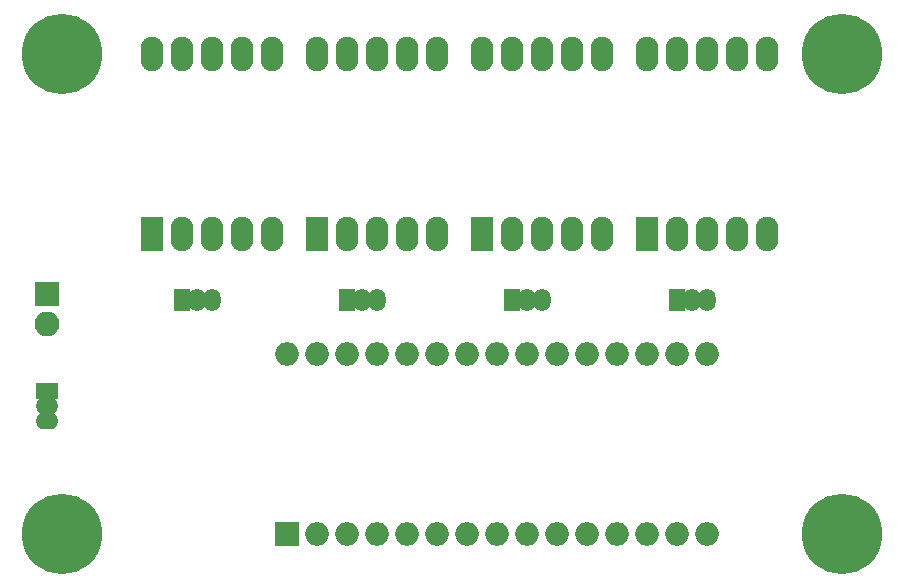
<source format=gbr>
G04 #@! TF.GenerationSoftware,KiCad,Pcbnew,(5.0.0)*
G04 #@! TF.CreationDate,2020-01-05T19:48:47-05:00*
G04 #@! TF.ProjectId,Lathe RPM Display,4C617468652052504D20446973706C61,A*
G04 #@! TF.SameCoordinates,Original*
G04 #@! TF.FileFunction,Soldermask,Top*
G04 #@! TF.FilePolarity,Negative*
%FSLAX46Y46*%
G04 Gerber Fmt 4.6, Leading zero omitted, Abs format (unit mm)*
G04 Created by KiCad (PCBNEW (5.0.0)) date 01/05/20 19:48:47*
%MOMM*%
%LPD*%
G01*
G04 APERTURE LIST*
%ADD10R,1.924000X2.924000*%
%ADD11O,1.924000X2.924000*%
%ADD12C,6.800000*%
%ADD13R,1.450000X1.900000*%
%ADD14O,1.450000X1.900000*%
%ADD15R,2.000000X2.000000*%
%ADD16O,2.000000X2.000000*%
%ADD17O,1.900000X1.400000*%
%ADD18R,1.900000X1.400000*%
%ADD19R,2.100000X2.100000*%
%ADD20O,2.100000X2.100000*%
G04 APERTURE END LIST*
D10*
G04 #@! TO.C,U3*
X66040000Y-45720000D03*
D11*
X68580000Y-45720000D03*
X71120000Y-45720000D03*
X73660000Y-45720000D03*
X76200000Y-45720000D03*
X76200000Y-30480000D03*
X73660000Y-30480000D03*
X71120000Y-30480000D03*
X68580000Y-30480000D03*
X66040000Y-30480000D03*
G04 #@! TD*
G04 #@! TO.C,U2*
X52070000Y-30480000D03*
X54610000Y-30480000D03*
X57150000Y-30480000D03*
X59690000Y-30480000D03*
X62230000Y-30480000D03*
X62230000Y-45720000D03*
X59690000Y-45720000D03*
X57150000Y-45720000D03*
X54610000Y-45720000D03*
D10*
X52070000Y-45720000D03*
G04 #@! TD*
D12*
G04 #@! TO.C,REF\002A\002A*
X96520000Y-30480000D03*
G04 #@! TD*
G04 #@! TO.C,REF\002A\002A*
X96520000Y-71120000D03*
G04 #@! TD*
G04 #@! TO.C,REF\002A\002A*
X30480000Y-71120000D03*
G04 #@! TD*
G04 #@! TO.C,REF\002A\002A*
X30480000Y-30480000D03*
G04 #@! TD*
D13*
G04 #@! TO.C,Q2*
X40640000Y-51308000D03*
D14*
X43180000Y-51308000D03*
X41910000Y-51308000D03*
G04 #@! TD*
D15*
G04 #@! TO.C,A1*
X49530000Y-71120000D03*
D16*
X82550000Y-55880000D03*
X52070000Y-71120000D03*
X80010000Y-55880000D03*
X54610000Y-71120000D03*
X77470000Y-55880000D03*
X57150000Y-71120000D03*
X74930000Y-55880000D03*
X59690000Y-71120000D03*
X72390000Y-55880000D03*
X62230000Y-71120000D03*
X69850000Y-55880000D03*
X64770000Y-71120000D03*
X67310000Y-55880000D03*
X67310000Y-71120000D03*
X64770000Y-55880000D03*
X69850000Y-71120000D03*
X62230000Y-55880000D03*
X72390000Y-71120000D03*
X59690000Y-55880000D03*
X74930000Y-71120000D03*
X57150000Y-55880000D03*
X77470000Y-71120000D03*
X54610000Y-55880000D03*
X80010000Y-71120000D03*
X52070000Y-55880000D03*
X82550000Y-71120000D03*
X49530000Y-55880000D03*
X85090000Y-71120000D03*
X85090000Y-55880000D03*
G04 #@! TD*
D17*
G04 #@! TO.C,Q1*
X29210000Y-60325000D03*
X29210000Y-61595000D03*
D18*
X29210000Y-59055000D03*
G04 #@! TD*
D14*
G04 #@! TO.C,Q3*
X55880000Y-51308000D03*
X57150000Y-51308000D03*
D13*
X54610000Y-51308000D03*
G04 #@! TD*
G04 #@! TO.C,Q4*
X68580000Y-51308000D03*
D14*
X71120000Y-51308000D03*
X69850000Y-51308000D03*
G04 #@! TD*
G04 #@! TO.C,Q5*
X83820000Y-51308000D03*
X85090000Y-51308000D03*
D13*
X82550000Y-51308000D03*
G04 #@! TD*
D10*
G04 #@! TO.C,U1*
X38100000Y-45720000D03*
D11*
X40640000Y-45720000D03*
X43180000Y-45720000D03*
X45720000Y-45720000D03*
X48260000Y-45720000D03*
X48260000Y-30480000D03*
X45720000Y-30480000D03*
X43180000Y-30480000D03*
X40640000Y-30480000D03*
X38100000Y-30480000D03*
G04 #@! TD*
G04 #@! TO.C,U4*
X80010000Y-30480000D03*
X82550000Y-30480000D03*
X85090000Y-30480000D03*
X87630000Y-30480000D03*
X90170000Y-30480000D03*
X90170000Y-45720000D03*
X87630000Y-45720000D03*
X85090000Y-45720000D03*
X82550000Y-45720000D03*
D10*
X80010000Y-45720000D03*
G04 #@! TD*
D19*
G04 #@! TO.C,J1*
X29210000Y-50800000D03*
D20*
X29210000Y-53340000D03*
G04 #@! TD*
M02*

</source>
